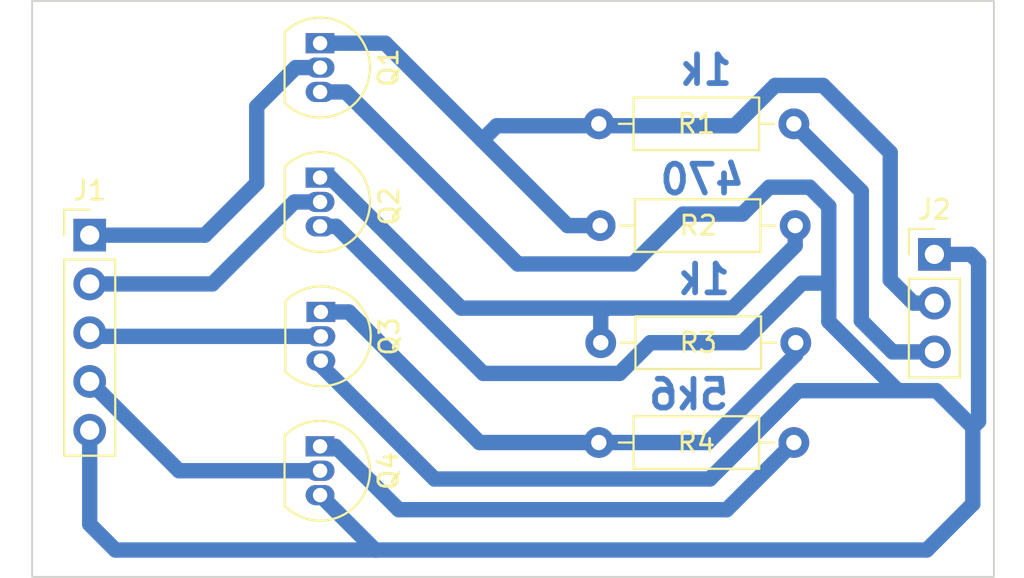
<source format=kicad_pcb>
(kicad_pcb (version 20211014) (generator pcbnew)
  (layers (0 "F.Cu" signal) (31 "B.Cu" signal) (34 "B.Paste" user) (35 "F.Paste" user) (36 "B.SilkS" user "B.Silkscreen") (37 "F.SilkS" user "F.Silkscreen") (38 "B.Mask" user) (39 "F.Mask" user) (44 "Edge.Cuts" user))
  (net 0 "")
  (net 1 "VCC")
  (net 2 "Datos para Arduino")
  (net 3 "level 100%")
  (net 4 "Net-(Q2-Pad1)")
  (net 5 "level 75%")
  (net 6 "Net-(Q3-Pad1)")
  (net 7 "level 50%")
  (net 8 "Net-(Q4-Pad1)")
  (net 9 "level 25%")
  (net 10 "GND")
  (footprint "Package_TO_SOT_THT:TO-92_Inline" (layer "F.Cu") (at 130 85 -90)
    (fp_text reference "Q4" (at 1.27 -3.56 90) (layer "F.SilkS"))
    (fp_text value "2N3904")
    (fp_line (start -0.53 1.85) (end 3.07 1.85) (layer "F.SilkS") (width 0.12))
    (fp_arc (start -0.568478 1.838478) (mid -1.132087 -0.994977) (end 1.27 -2.6) (layer "F.SilkS") (width 0.12))
    (fp_arc (start 1.27 -2.6) (mid 3.672087 -0.994977) (end 3.108478 1.838478) (layer "F.SilkS") (width 0.12))
    (pad "1" thru_hole rect (at 0 0 270) (size 1.05 1.5) (drill 0.75) (layers *.Cu *.Mask) (net 8 "Net-(Q4-Pad1)"))
    (pad "2" thru_hole oval (at 1.27 0 270) (size 1.05 1.5) (drill 0.75) (layers *.Cu *.Mask) (net 9 "level 25%"))
    (pad "3" thru_hole oval (at 2.54 0 270) (size 1.05 1.5) (drill 0.75) (layers *.Cu *.Mask) (net 1 "VCC"))
  )
  (footprint "Resistor_THT:R_Axial_DIN0207_L6.3mm_D2.5mm_P10.16mm_Horizontal" (layer "F.Cu") (at 144.52 84.8)
    (fp_text reference "R4" (at 5.08 0) (layer "F.SilkS"))
    (fp_text value "5600")
    (fp_line (start 9.12 0) (end 8.35 0) (layer "F.SilkS") (width 0.12))
    (fp_line (start 1.81 -1.37) (end 1.81 1.37) (layer "F.SilkS") (width 0.12))
    (fp_line (start 8.35 1.37) (end 8.35 -1.37) (layer "F.SilkS") (width 0.12))
    (fp_line (start 1.04 0) (end 1.81 0) (layer "F.SilkS") (width 0.12))
    (fp_line (start 8.35 -1.37) (end 1.81 -1.37) (layer "F.SilkS") (width 0.12))
    (fp_line (start 1.81 1.37) (end 8.35 1.37) (layer "F.SilkS") (width 0.12))
    (pad "1" thru_hole circle (at 0 0) (size 1.6 1.6) (drill 0.8) (layers *.Cu *.Mask) (net 6 "Net-(Q3-Pad1)"))
    (pad "2" thru_hole oval (at 10.16 0) (size 1.6 1.6) (drill 0.8) (layers *.Cu *.Mask) (net 8 "Net-(Q4-Pad1)"))
  )
  (footprint "Package_TO_SOT_THT:TO-92_Inline" (layer "F.Cu") (at 130 64 -90)
    (fp_text reference "Q1" (at 1.27 -3.56 90) (layer "F.SilkS"))
    (fp_text value "2N3904")
    (fp_line (start -0.53 1.85) (end 3.07 1.85) (layer "F.SilkS") (width 0.12))
    (fp_arc (start -0.568478 1.838478) (mid -1.132087 -0.994977) (end 1.27 -2.6) (layer "F.SilkS") (width 0.12))
    (fp_arc (start 1.27 -2.6) (mid 3.672087 -0.994977) (end 3.108478 1.838478) (layer "F.SilkS") (width 0.12))
    (pad "1" thru_hole rect (at 0 0 270) (size 1.05 1.5) (drill 0.75) (layers *.Cu *.Mask) (net 2 "Datos para Arduino"))
    (pad "2" thru_hole oval (at 1.27 0 270) (size 1.05 1.5) (drill 0.75) (layers *.Cu *.Mask) (net 3 "level 100%"))
    (pad "3" thru_hole oval (at 2.54 0 270) (size 1.05 1.5) (drill 0.75) (layers *.Cu *.Mask) (net 1 "VCC"))
  )
  (footprint "Connector_PinHeader_2.54mm:PinHeader_1x05_P2.54mm_Vertical" (layer "F.Cu") (at 118 74)
    (fp_text reference "J1" (at 0 -2.33) (layer "F.SilkS"))
    (fp_text value "Conn_01x05")
    (fp_line (start -1.33 -1.33) (end 0 -1.33) (layer "F.SilkS") (width 0.12))
    (fp_line (start 1.33 1.27) (end 1.33 11.49) (layer "F.SilkS") (width 0.12))
    (fp_line (start -1.33 11.49) (end 1.33 11.49) (layer "F.SilkS") (width 0.12))
    (fp_line (start -1.33 1.27) (end 1.33 1.27) (layer "F.SilkS") (width 0.12))
    (fp_line (start -1.33 0) (end -1.33 -1.33) (layer "F.SilkS") (width 0.12))
    (fp_line (start -1.33 1.27) (end -1.33 11.49) (layer "F.SilkS") (width 0.12))
    (pad "1" thru_hole rect (at 0 0) (size 1.7 1.7) (drill 1) (layers *.Cu *.Mask) (net 3 "level 100%"))
    (pad "2" thru_hole oval (at 0 2.54) (size 1.7 1.7) (drill 1) (layers *.Cu *.Mask) (net 5 "level 75%"))
    (pad "3" thru_hole oval (at 0 5.08) (size 1.7 1.7) (drill 1) (layers *.Cu *.Mask) (net 7 "level 50%"))
    (pad "4" thru_hole oval (at 0 7.62) (size 1.7 1.7) (drill 1) (layers *.Cu *.Mask) (net 9 "level 25%"))
    (pad "5" thru_hole oval (at 0 10.16) (size 1.7 1.7) (drill 1) (layers *.Cu *.Mask) (net 1 "VCC"))
  )
  (footprint "Resistor_THT:R_Axial_DIN0207_L6.3mm_D2.5mm_P10.16mm_Horizontal" (layer "F.Cu") (at 144.62 79.6)
    (fp_text reference "R3" (at 5.08 0) (layer "F.SilkS"))
    (fp_text value "1000")
    (fp_line (start 9.12 0) (end 8.35 0) (layer "F.SilkS") (width 0.12))
    (fp_line (start 1.81 -1.37) (end 1.81 1.37) (layer "F.SilkS") (width 0.12))
    (fp_line (start 1.04 0) (end 1.81 0) (layer "F.SilkS") (width 0.12))
    (fp_line (start 8.35 -1.37) (end 1.81 -1.37) (layer "F.SilkS") (width 0.12))
    (fp_line (start 8.35 1.37) (end 8.35 -1.37) (layer "F.SilkS") (width 0.12))
    (fp_line (start 1.81 1.37) (end 8.35 1.37) (layer "F.SilkS") (width 0.12))
    (pad "1" thru_hole circle (at 0 0) (size 1.6 1.6) (drill 0.8) (layers *.Cu *.Mask) (net 4 "Net-(Q2-Pad1)"))
    (pad "2" thru_hole oval (at 10.16 0) (size 1.6 1.6) (drill 0.8) (layers *.Cu *.Mask) (net 6 "Net-(Q3-Pad1)"))
  )
  (footprint "Resistor_THT:R_Axial_DIN0207_L6.3mm_D2.5mm_P10.16mm_Horizontal" (layer "F.Cu") (at 144.52 68.2)
    (fp_text reference "R1" (at 5.08 0) (layer "F.SilkS"))
    (fp_text value "1000")
    (fp_line (start 8.35 -1.37) (end 1.81 -1.37) (layer "F.SilkS") (width 0.12))
    (fp_line (start 1.04 0) (end 1.81 0) (layer "F.SilkS") (width 0.12))
    (fp_line (start 9.12 0) (end 8.35 0) (layer "F.SilkS") (width 0.12))
    (fp_line (start 1.81 -1.37) (end 1.81 1.37) (layer "F.SilkS") (width 0.12))
    (fp_line (start 8.35 1.37) (end 8.35 -1.37) (layer "F.SilkS") (width 0.12))
    (fp_line (start 1.81 1.37) (end 8.35 1.37) (layer "F.SilkS") (width 0.12))
    (pad "1" thru_hole circle (at 0 0) (size 1.6 1.6) (drill 0.8) (layers *.Cu *.Mask) (net 2 "Datos para Arduino"))
    (pad "2" thru_hole oval (at 10.16 0) (size 1.6 1.6) (drill 0.8) (layers *.Cu *.Mask) (net 10 "GND"))
  )
  (footprint "Resistor_THT:R_Axial_DIN0207_L6.3mm_D2.5mm_P10.16mm_Horizontal" (layer "F.Cu") (at 144.59 73.5)
    (fp_text reference "R2" (at 5.11 0) (layer "F.SilkS"))
    (fp_text value "470")
    (fp_line (start 1.81 1.37) (end 8.35 1.37) (layer "F.SilkS") (width 0.12))
    (fp_line (start 8.35 -1.37) (end 1.81 -1.37) (layer "F.SilkS") (width 0.12))
    (fp_line (start 1.04 0) (end 1.81 0) (layer "F.SilkS") (width 0.12))
    (fp_line (start 8.35 1.37) (end 8.35 -1.37) (layer "F.SilkS") (width 0.12))
    (fp_line (start 1.81 -1.37) (end 1.81 1.37) (layer "F.SilkS") (width 0.12))
    (fp_line (start 9.12 0) (end 8.35 0) (layer "F.SilkS") (width 0.12))
    (pad "1" thru_hole circle (at 0 0) (size 1.6 1.6) (drill 0.8) (layers *.Cu *.Mask) (net 2 "Datos para Arduino"))
    (pad "2" thru_hole oval (at 10.16 0) (size 1.6 1.6) (drill 0.8) (layers *.Cu *.Mask) (net 4 "Net-(Q2-Pad1)"))
  )
  (footprint "Package_TO_SOT_THT:TO-92_Inline" (layer "F.Cu") (at 130 71 -90)
    (fp_text reference "Q2" (at 1.5 -3.6 90) (layer "F.SilkS"))
    (fp_text value "2N3904")
    (fp_line (start -0.53 1.85) (end 3.07 1.85) (layer "F.SilkS") (width 0.12))
    (fp_arc (start -0.568478 1.838478) (mid -1.132087 -0.994977) (end 1.27 -2.6) (layer "F.SilkS") (width 0.12))
    (fp_arc (start 1.27 -2.6) (mid 3.672087 -0.994977) (end 3.108478 1.838478) (layer "F.SilkS") (width 0.12))
    (pad "1" thru_hole rect (at 0 0 270) (size 1.05 1.5) (drill 0.75) (layers *.Cu *.Mask) (net 4 "Net-(Q2-Pad1)"))
    (pad "2" thru_hole oval (at 1.27 0 270) (size 1.05 1.5) (drill 0.75) (layers *.Cu *.Mask) (net 5 "level 75%"))
    (pad "3" thru_hole oval (at 2.54 0 270) (size 1.05 1.5) (drill 0.75) (layers *.Cu *.Mask) (net 1 "VCC"))
  )
  (footprint "Connector_PinHeader_2.54mm:PinHeader_1x03_P2.54mm_Vertical" (layer "F.Cu") (at 162 75)
    (fp_text reference "J2" (at 0 -2.33) (layer "F.SilkS"))
    (fp_text value "Conn_01x03")
    (fp_line (start -1.33 1.27) (end 1.33 1.27) (layer "F.SilkS") (width 0.12))
    (fp_line (start -1.33 6.41) (end 1.33 6.41) (layer "F.SilkS") (width 0.12))
    (fp_line (start -1.33 1.27) (end -1.33 6.41) (layer "F.SilkS") (width 0.12))
    (fp_line (start -1.33 -1.33) (end 0 -1.33) (layer "F.SilkS") (width 0.12))
    (fp_line (start 1.33 1.27) (end 1.33 6.41) (layer "F.SilkS") (width 0.12))
    (fp_line (start -1.33 0) (end -1.33 -1.33) (layer "F.SilkS") (width 0.12))
    (pad "1" thru_hole rect (at 0 0) (size 1.7 1.7) (drill 1) (layers *.Cu *.Mask) (net 1 "VCC"))
    (pad "2" thru_hole oval (at 0 2.54) (size 1.7 1.7) (drill 1) (layers *.Cu *.Mask) (net 2 "Datos para Arduino"))
    (pad "3" thru_hole oval (at 0 5.08) (size 1.7 1.7) (drill 1) (layers *.Cu *.Mask) (net 10 "GND"))
  )
  (footprint "Package_TO_SOT_THT:TO-92_Inline" (layer "F.Cu") (at 130.04 78 -90)
    (fp_text reference "Q3" (at 1.27 -3.56 90) (layer "F.SilkS"))
    (fp_text value "2N3904")
    (fp_line (start -0.53 1.85) (end 3.07 1.85) (layer "F.SilkS") (width 0.12))
    (fp_arc (start -0.568478 1.838478) (mid -1.132087 -0.994977) (end 1.27 -2.6) (layer "F.SilkS") (width 0.12))
    (fp_arc (start 1.27 -2.6) (mid 3.672087 -0.994977) (end 3.108478 1.838478) (layer "F.SilkS") (width 0.12))
    (pad "1" thru_hole rect (at 0 0 270) (size 1.05 1.5) (drill 0.75) (layers *.Cu *.Mask) (net 6 "Net-(Q3-Pad1)"))
    (pad "2" thru_hole oval (at 1.27 0 270) (size 1.05 1.5) (drill 0.75) (layers *.Cu *.Mask) (net 7 "level 50%"))
    (pad "3" thru_hole oval (at 2.54 0 270) (size 1.05 1.5) (drill 0.75) (layers *.Cu *.Mask) (net 1 "VCC"))
  )
  (gr_poly (pts (xy 165.1 91.8) (xy 115 91.8) (xy 115 61.8) (xy 165.1 61.8)) (layer "Edge.Cuts") (width 0.1) (fill none))
  (gr_text "470" (at 149.9 71.1) (layer "B.Cu") (effects (font (size 1.5 1.5) (thickness 0.3)) (justify mirror)))
  (gr_text "1k\n" (at 150 76.3) (layer "B.Cu") (effects (font (size 1.5 1.5) (thickness 0.3)) (justify mirror)))
  (gr_text "1k\n" (at 150.1 65.4) (layer "B.Cu") (effects (font (size 1.5 1.5) (thickness 0.3)) (justify mirror)))
  (gr_text "5k6\n" (at 149.2 82.3) (layer "B.Cu") (effects (font (size 1.5 1.5) (thickness 0.3)) (justify mirror)))
  (segment (start 130 66.54) (end 131.34 66.54) (width 0.8) (layer "B.Cu") (net 1))
  (segment (start 163.9 75) (end 164.3 75.4) (width 0.8) (layer "B.Cu") (net 1))
  (segment (start 155.1 76.5) (end 156.5 76.5) (width 0.8) (layer "B.Cu") (net 1))
  (segment (start 160 82) (end 160 82.1) (width 0.8) (layer "B.Cu") (net 1))
  (segment (start 164.3 83.7) (end 164 84) (width 0.8) (layer "B.Cu") (net 1))
  (segment (start 162.1 82.1) (end 164 84) (width 0.8) (layer "B.Cu") (net 1))
  (segment (start 155.5 71.5) (end 156.5 72.5) (width 0.8) (layer "B.Cu") (net 1))
  (segment (start 131.34 66.54) (end 140.3 75.5) (width 0.8) (layer "B.Cu") (net 1))
  (segment (start 156.5 72.5) (end 156.5 78.5) (width 0.8) (layer "B.Cu") (net 1))
  (segment (start 164 88) (end 161.6 90.4) (width 0.8) (layer "B.Cu") (net 1))
  (segment (start 147.2 79.6) (end 152 79.6) (width 0.8) (layer "B.Cu") (net 1))
  (segment (start 118 89.06) (end 118 84.16) (width 0.8) (layer "B.Cu") (net 1))
  (segment (start 133 90.4) (end 119.34 90.4) (width 0.8) (layer "B.Cu") (net 1))
  (segment (start 153.4 71.5) (end 155.5 71.5) (width 0.8) (layer "B.Cu") (net 1))
  (segment (start 130.04 80.54) (end 130.04 80.78) (width 0.8) (layer "B.Cu") (net 1))
  (segment (start 164.3 75.4) (end 164.3 83.7) (width 0.8) (layer "B.Cu") (net 1))
  (segment (start 148.9 72.9) (end 152 72.9) (width 0.8) (layer "B.Cu") (net 1))
  (segment (start 152 79.6) (end 155.1 76.5) (width 0.8) (layer "B.Cu") (net 1))
  (segment (start 152 72.9) (end 153.4 71.5) (width 0.8) (layer "B.Cu") (net 1))
  (segment (start 132.865 90.4) (end 130.005 87.54) (width 0.8) (layer "B.Cu") (net 1))
  (segment (start 162 75) (end 163.9 75) (width 0.8) (layer "B.Cu") (net 1))
  (segment (start 150.3 86.7) (end 154.9 82.1) (width 0.8) (layer "B.Cu") (net 1))
  (segment (start 156.5 78.5) (end 160 82) (width 0.8) (layer "B.Cu") (net 1))
  (segment (start 138.5 81.2) (end 145.6 81.2) (width 0.8) (layer "B.Cu") (net 1))
  (segment (start 135.96 86.7) (end 150.3 86.7) (width 0.8) (layer "B.Cu") (net 1))
  (segment (start 119.34 90.4) (end 118 89.06) (width 0.8) (layer "B.Cu") (net 1))
  (segment (start 140.3 75.5) (end 146.3 75.5) (width 0.8) (layer "B.Cu") (net 1))
  (segment (start 145.6 81.2) (end 147.2 79.6) (width 0.8) (layer "B.Cu") (net 1))
  (segment (start 161.6 90.4) (end 132.865 90.4) (width 0.8) (layer "B.Cu") (net 1))
  (segment (start 130.005 87.54) (end 130 87.54) (width 0.8) (layer "B.Cu") (net 1))
  (segment (start 130.04 80.78) (end 135.96 86.7) (width 0.8) (layer "B.Cu") (net 1))
  (segment (start 130 73.54) (end 130.84 73.54) (width 0.8) (layer "B.Cu") (net 1))
  (segment (start 130.84 73.54) (end 138.5 81.2) (width 0.8) (layer "B.Cu") (net 1))
  (segment (start 154.9 82.1) (end 162.1 82.1) (width 0.8) (layer "B.Cu") (net 1))
  (segment (start 146.3 75.5) (end 148.9 72.9) (width 0.8) (layer "B.Cu") (net 1))
  (segment (start 164 84) (end 164 88) (width 0.8) (layer "B.Cu") (net 1))
  (segment (start 142.89 73.5) (end 138.445 69.055) (width 0.8) (layer "B.Cu") (net 2))
  (segment (start 151.6 68.3) (end 139.2 68.3) (width 0.8) (layer "B.Cu") (net 2))
  (segment (start 133.39 64) (end 130 64) (width 0.8) (layer "B.Cu") (net 2))
  (segment (start 162 77.54) (end 160.91 77.54) (width 0.8) (layer "B.Cu") (net 2))
  (segment (start 144.59 73.5) (end 142.89 73.5) (width 0.8) (layer "B.Cu") (net 2))
  (segment (start 160.91 77.54) (end 159.7 76.33) (width 0.8) (layer "B.Cu") (net 2))
  (segment (start 159.7 69.7) (end 156.2 66.2) (width 0.8) (layer "B.Cu") (net 2))
  (segment (start 153.7 66.2) (end 151.6 68.3) (width 0.8) (layer "B.Cu") (net 2))
  (segment (start 156.2 66.2) (end 153.7 66.2) (width 0.8) (layer "B.Cu") (net 2))
  (segment (start 159.7 76.33) (end 159.7 69.7) (width 0.8) (layer "B.Cu") (net 2))
  (segment (start 138.445 69.055) (end 133.39 64) (width 0.8) (layer "B.Cu") (net 2))
  (segment (start 139.2 68.3) (end 138.445 69.055) (width 0.8) (layer "B.Cu") (net 2))
  (segment (start 126.7 71.3) (end 124 74) (width 0.8) (layer "B.Cu") (net 3))
  (segment (start 126.7 67.3) (end 126.7 71.3) (width 0.8) (layer "B.Cu") (net 3))
  (segment (start 124 74) (end 118 74) (width 0.8) (layer "B.Cu") (net 3))
  (segment (start 130 65.27) (end 128.73 65.27) (width 0.8) (layer "B.Cu") (net 3))
  (segment (start 128.73 65.27) (end 126.7 67.3) (width 0.8) (layer "B.Cu") (net 3))
  (segment (start 130.545311 71) (end 137.345311 77.8) (width 0.8) (layer "B.Cu") (net 4))
  (segment (start 144.9 77.8) (end 151.5 77.8) (width 0.8) (layer "B.Cu") (net 4))
  (segment (start 151.5 77.8) (end 154.75 74.55) (width 0.8) (layer "B.Cu") (net 4))
  (segment (start 154.75 74.55) (end 154.75 73.5) (width 0.8) (layer "B.Cu") (net 4))
  (segment (start 144.62 78.08) (end 144.9 77.8) (width 0.8) (layer "B.Cu") (net 4))
  (segment (start 137.345311 77.8) (end 144.9 77.8) (width 0.8) (layer "B.Cu") (net 4))
  (segment (start 130 71) (end 130.545311 71) (width 0.8) (layer "B.Cu") (net 4))
  (segment (start 144.62 79.6) (end 144.62 78.08) (width 0.8) (layer "B.Cu") (net 4))
  (segment (start 124.39 76.54) (end 118 76.54) (width 0.8) (layer "B.Cu") (net 5))
  (segment (start 130 72.27) (end 128.66 72.27) (width 0.8) (layer "B.Cu") (net 5))
  (segment (start 128.66 72.27) (end 124.39 76.54) (width 0.8) (layer "B.Cu") (net 5))
  (segment (start 130 72.27) (end 129.843598 72.27) (width 0.8) (layer "B.Cu") (net 5))
  (segment (start 154.78 80.22) (end 154.78 79.6) (width 0.8) (layer "B.Cu") (net 6))
  (segment (start 150.2 84.8) (end 154.78 80.22) (width 0.8) (layer "B.Cu") (net 6))
  (segment (start 138.3 84.8) (end 144.52 84.8) (width 0.8) (layer "B.Cu") (net 6))
  (segment (start 130.04 78) (end 131.5 78) (width 0.8) (layer "B.Cu") (net 6))
  (segment (start 131.5 78) (end 138.3 84.8) (width 0.8) (layer "B.Cu") (net 6))
  (segment (start 144.4 84.68) (end 144.52 84.8) (width 0.8) (layer "B.Cu") (net 6))
  (segment (start 144.52 84.8) (end 150.2 84.8) (width 0.8) (layer "B.Cu") (net 6))
  (segment (start 118.19 79.27) (end 118 79.08) (width 0.8) (layer "B.Cu") (net 7))
  (segment (start 130.04 79.27) (end 118.19 79.27) (width 0.8) (layer "B.Cu") (net 7))
  (segment (start 154.68 84.8) (end 151.18 88.3) (width 0.8) (layer "B.Cu") (net 8))
  (segment (start 134.1 88.3) (end 130.8 85) (width 0.8) (layer "B.Cu") (net 8))
  (segment (start 151.18 88.3) (end 134.1 88.3) (width 0.8) (layer "B.Cu") (net 8))
  (segment (start 130.8 85) (end 130 85) (width 0.8) (layer "B.Cu") (net 8))
  (segment (start 118 81.62) (end 122.65 86.27) (width 0.8) (layer "B.Cu") (net 9))
  (segment (start 122.65 86.27) (end 130 86.27) (width 0.8) (layer "B.Cu") (net 9))
  (segment (start 158.192669 78.452669) (end 159.82 80.08) (width 0.8) (layer "B.Cu") (net 10))
  (segment (start 159.82 80.08) (end 162 80.08) (width 0.8) (layer "B.Cu") (net 10))
  (segment (start 158.192669 71.712669) (end 158.192669 78.452669) (width 0.8) (layer "B.Cu") (net 10))
  (segment (start 154.75 68.27) (end 158.192669 71.712669) (width 0.8) (layer "B.Cu") (net 10))
)
</source>
